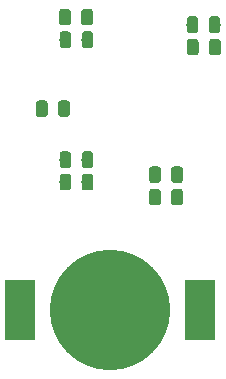
<source format=gbr>
G04 #@! TF.GenerationSoftware,KiCad,Pcbnew,5.1.4*
G04 #@! TF.CreationDate,2019-11-03T23:23:53+01:00*
G04 #@! TF.ProjectId,stm32XxxxCx_board,73746d33-3258-4787-9878-43785f626f61,rev?*
G04 #@! TF.SameCoordinates,Original*
G04 #@! TF.FileFunction,Paste,Bot*
G04 #@! TF.FilePolarity,Positive*
%FSLAX46Y46*%
G04 Gerber Fmt 4.6, Leading zero omitted, Abs format (unit mm)*
G04 Created by KiCad (PCBNEW 5.1.4) date 2019-11-03 23:23:53*
%MOMM*%
%LPD*%
G04 APERTURE LIST*
%ADD10R,2.500000X5.100000*%
%ADD11C,10.200000*%
%ADD12C,0.100000*%
%ADD13C,0.975000*%
G04 APERTURE END LIST*
D10*
X158730000Y-102870000D03*
X143530000Y-102870000D03*
D11*
X151130000Y-102870000D03*
D12*
G36*
X157082642Y-92646174D02*
G01*
X157106303Y-92649684D01*
X157129507Y-92655496D01*
X157152029Y-92663554D01*
X157173653Y-92673782D01*
X157194170Y-92686079D01*
X157213383Y-92700329D01*
X157231107Y-92716393D01*
X157247171Y-92734117D01*
X157261421Y-92753330D01*
X157273718Y-92773847D01*
X157283946Y-92795471D01*
X157292004Y-92817993D01*
X157297816Y-92841197D01*
X157301326Y-92864858D01*
X157302500Y-92888750D01*
X157302500Y-93801250D01*
X157301326Y-93825142D01*
X157297816Y-93848803D01*
X157292004Y-93872007D01*
X157283946Y-93894529D01*
X157273718Y-93916153D01*
X157261421Y-93936670D01*
X157247171Y-93955883D01*
X157231107Y-93973607D01*
X157213383Y-93989671D01*
X157194170Y-94003921D01*
X157173653Y-94016218D01*
X157152029Y-94026446D01*
X157129507Y-94034504D01*
X157106303Y-94040316D01*
X157082642Y-94043826D01*
X157058750Y-94045000D01*
X156571250Y-94045000D01*
X156547358Y-94043826D01*
X156523697Y-94040316D01*
X156500493Y-94034504D01*
X156477971Y-94026446D01*
X156456347Y-94016218D01*
X156435830Y-94003921D01*
X156416617Y-93989671D01*
X156398893Y-93973607D01*
X156382829Y-93955883D01*
X156368579Y-93936670D01*
X156356282Y-93916153D01*
X156346054Y-93894529D01*
X156337996Y-93872007D01*
X156332184Y-93848803D01*
X156328674Y-93825142D01*
X156327500Y-93801250D01*
X156327500Y-92888750D01*
X156328674Y-92864858D01*
X156332184Y-92841197D01*
X156337996Y-92817993D01*
X156346054Y-92795471D01*
X156356282Y-92773847D01*
X156368579Y-92753330D01*
X156382829Y-92734117D01*
X156398893Y-92716393D01*
X156416617Y-92700329D01*
X156435830Y-92686079D01*
X156456347Y-92673782D01*
X156477971Y-92663554D01*
X156500493Y-92655496D01*
X156523697Y-92649684D01*
X156547358Y-92646174D01*
X156571250Y-92645000D01*
X157058750Y-92645000D01*
X157082642Y-92646174D01*
X157082642Y-92646174D01*
G37*
D13*
X156815000Y-93345000D03*
D12*
G36*
X155207642Y-92646174D02*
G01*
X155231303Y-92649684D01*
X155254507Y-92655496D01*
X155277029Y-92663554D01*
X155298653Y-92673782D01*
X155319170Y-92686079D01*
X155338383Y-92700329D01*
X155356107Y-92716393D01*
X155372171Y-92734117D01*
X155386421Y-92753330D01*
X155398718Y-92773847D01*
X155408946Y-92795471D01*
X155417004Y-92817993D01*
X155422816Y-92841197D01*
X155426326Y-92864858D01*
X155427500Y-92888750D01*
X155427500Y-93801250D01*
X155426326Y-93825142D01*
X155422816Y-93848803D01*
X155417004Y-93872007D01*
X155408946Y-93894529D01*
X155398718Y-93916153D01*
X155386421Y-93936670D01*
X155372171Y-93955883D01*
X155356107Y-93973607D01*
X155338383Y-93989671D01*
X155319170Y-94003921D01*
X155298653Y-94016218D01*
X155277029Y-94026446D01*
X155254507Y-94034504D01*
X155231303Y-94040316D01*
X155207642Y-94043826D01*
X155183750Y-94045000D01*
X154696250Y-94045000D01*
X154672358Y-94043826D01*
X154648697Y-94040316D01*
X154625493Y-94034504D01*
X154602971Y-94026446D01*
X154581347Y-94016218D01*
X154560830Y-94003921D01*
X154541617Y-93989671D01*
X154523893Y-93973607D01*
X154507829Y-93955883D01*
X154493579Y-93936670D01*
X154481282Y-93916153D01*
X154471054Y-93894529D01*
X154462996Y-93872007D01*
X154457184Y-93848803D01*
X154453674Y-93825142D01*
X154452500Y-93801250D01*
X154452500Y-92888750D01*
X154453674Y-92864858D01*
X154457184Y-92841197D01*
X154462996Y-92817993D01*
X154471054Y-92795471D01*
X154481282Y-92773847D01*
X154493579Y-92753330D01*
X154507829Y-92734117D01*
X154523893Y-92716393D01*
X154541617Y-92700329D01*
X154560830Y-92686079D01*
X154581347Y-92673782D01*
X154602971Y-92663554D01*
X154625493Y-92655496D01*
X154648697Y-92649684D01*
X154672358Y-92646174D01*
X154696250Y-92645000D01*
X155183750Y-92645000D01*
X155207642Y-92646174D01*
X155207642Y-92646174D01*
G37*
D13*
X154940000Y-93345000D03*
D12*
G36*
X155207642Y-90741174D02*
G01*
X155231303Y-90744684D01*
X155254507Y-90750496D01*
X155277029Y-90758554D01*
X155298653Y-90768782D01*
X155319170Y-90781079D01*
X155338383Y-90795329D01*
X155356107Y-90811393D01*
X155372171Y-90829117D01*
X155386421Y-90848330D01*
X155398718Y-90868847D01*
X155408946Y-90890471D01*
X155417004Y-90912993D01*
X155422816Y-90936197D01*
X155426326Y-90959858D01*
X155427500Y-90983750D01*
X155427500Y-91896250D01*
X155426326Y-91920142D01*
X155422816Y-91943803D01*
X155417004Y-91967007D01*
X155408946Y-91989529D01*
X155398718Y-92011153D01*
X155386421Y-92031670D01*
X155372171Y-92050883D01*
X155356107Y-92068607D01*
X155338383Y-92084671D01*
X155319170Y-92098921D01*
X155298653Y-92111218D01*
X155277029Y-92121446D01*
X155254507Y-92129504D01*
X155231303Y-92135316D01*
X155207642Y-92138826D01*
X155183750Y-92140000D01*
X154696250Y-92140000D01*
X154672358Y-92138826D01*
X154648697Y-92135316D01*
X154625493Y-92129504D01*
X154602971Y-92121446D01*
X154581347Y-92111218D01*
X154560830Y-92098921D01*
X154541617Y-92084671D01*
X154523893Y-92068607D01*
X154507829Y-92050883D01*
X154493579Y-92031670D01*
X154481282Y-92011153D01*
X154471054Y-91989529D01*
X154462996Y-91967007D01*
X154457184Y-91943803D01*
X154453674Y-91920142D01*
X154452500Y-91896250D01*
X154452500Y-90983750D01*
X154453674Y-90959858D01*
X154457184Y-90936197D01*
X154462996Y-90912993D01*
X154471054Y-90890471D01*
X154481282Y-90868847D01*
X154493579Y-90848330D01*
X154507829Y-90829117D01*
X154523893Y-90811393D01*
X154541617Y-90795329D01*
X154560830Y-90781079D01*
X154581347Y-90768782D01*
X154602971Y-90758554D01*
X154625493Y-90750496D01*
X154648697Y-90744684D01*
X154672358Y-90741174D01*
X154696250Y-90740000D01*
X155183750Y-90740000D01*
X155207642Y-90741174D01*
X155207642Y-90741174D01*
G37*
D13*
X154940000Y-91440000D03*
D12*
G36*
X157082642Y-90741174D02*
G01*
X157106303Y-90744684D01*
X157129507Y-90750496D01*
X157152029Y-90758554D01*
X157173653Y-90768782D01*
X157194170Y-90781079D01*
X157213383Y-90795329D01*
X157231107Y-90811393D01*
X157247171Y-90829117D01*
X157261421Y-90848330D01*
X157273718Y-90868847D01*
X157283946Y-90890471D01*
X157292004Y-90912993D01*
X157297816Y-90936197D01*
X157301326Y-90959858D01*
X157302500Y-90983750D01*
X157302500Y-91896250D01*
X157301326Y-91920142D01*
X157297816Y-91943803D01*
X157292004Y-91967007D01*
X157283946Y-91989529D01*
X157273718Y-92011153D01*
X157261421Y-92031670D01*
X157247171Y-92050883D01*
X157231107Y-92068607D01*
X157213383Y-92084671D01*
X157194170Y-92098921D01*
X157173653Y-92111218D01*
X157152029Y-92121446D01*
X157129507Y-92129504D01*
X157106303Y-92135316D01*
X157082642Y-92138826D01*
X157058750Y-92140000D01*
X156571250Y-92140000D01*
X156547358Y-92138826D01*
X156523697Y-92135316D01*
X156500493Y-92129504D01*
X156477971Y-92121446D01*
X156456347Y-92111218D01*
X156435830Y-92098921D01*
X156416617Y-92084671D01*
X156398893Y-92068607D01*
X156382829Y-92050883D01*
X156368579Y-92031670D01*
X156356282Y-92011153D01*
X156346054Y-91989529D01*
X156337996Y-91967007D01*
X156332184Y-91943803D01*
X156328674Y-91920142D01*
X156327500Y-91896250D01*
X156327500Y-90983750D01*
X156328674Y-90959858D01*
X156332184Y-90936197D01*
X156337996Y-90912993D01*
X156346054Y-90890471D01*
X156356282Y-90868847D01*
X156368579Y-90848330D01*
X156382829Y-90829117D01*
X156398893Y-90811393D01*
X156416617Y-90795329D01*
X156435830Y-90781079D01*
X156456347Y-90768782D01*
X156477971Y-90758554D01*
X156500493Y-90750496D01*
X156523697Y-90744684D01*
X156547358Y-90741174D01*
X156571250Y-90740000D01*
X157058750Y-90740000D01*
X157082642Y-90741174D01*
X157082642Y-90741174D01*
G37*
D13*
X156815000Y-91440000D03*
D12*
G36*
X158382642Y-78041174D02*
G01*
X158406303Y-78044684D01*
X158429507Y-78050496D01*
X158452029Y-78058554D01*
X158473653Y-78068782D01*
X158494170Y-78081079D01*
X158513383Y-78095329D01*
X158531107Y-78111393D01*
X158547171Y-78129117D01*
X158561421Y-78148330D01*
X158573718Y-78168847D01*
X158583946Y-78190471D01*
X158592004Y-78212993D01*
X158597816Y-78236197D01*
X158601326Y-78259858D01*
X158602500Y-78283750D01*
X158602500Y-79196250D01*
X158601326Y-79220142D01*
X158597816Y-79243803D01*
X158592004Y-79267007D01*
X158583946Y-79289529D01*
X158573718Y-79311153D01*
X158561421Y-79331670D01*
X158547171Y-79350883D01*
X158531107Y-79368607D01*
X158513383Y-79384671D01*
X158494170Y-79398921D01*
X158473653Y-79411218D01*
X158452029Y-79421446D01*
X158429507Y-79429504D01*
X158406303Y-79435316D01*
X158382642Y-79438826D01*
X158358750Y-79440000D01*
X157871250Y-79440000D01*
X157847358Y-79438826D01*
X157823697Y-79435316D01*
X157800493Y-79429504D01*
X157777971Y-79421446D01*
X157756347Y-79411218D01*
X157735830Y-79398921D01*
X157716617Y-79384671D01*
X157698893Y-79368607D01*
X157682829Y-79350883D01*
X157668579Y-79331670D01*
X157656282Y-79311153D01*
X157646054Y-79289529D01*
X157637996Y-79267007D01*
X157632184Y-79243803D01*
X157628674Y-79220142D01*
X157627500Y-79196250D01*
X157627500Y-78283750D01*
X157628674Y-78259858D01*
X157632184Y-78236197D01*
X157637996Y-78212993D01*
X157646054Y-78190471D01*
X157656282Y-78168847D01*
X157668579Y-78148330D01*
X157682829Y-78129117D01*
X157698893Y-78111393D01*
X157716617Y-78095329D01*
X157735830Y-78081079D01*
X157756347Y-78068782D01*
X157777971Y-78058554D01*
X157800493Y-78050496D01*
X157823697Y-78044684D01*
X157847358Y-78041174D01*
X157871250Y-78040000D01*
X158358750Y-78040000D01*
X158382642Y-78041174D01*
X158382642Y-78041174D01*
G37*
D13*
X158115000Y-78740000D03*
D12*
G36*
X160257642Y-78041174D02*
G01*
X160281303Y-78044684D01*
X160304507Y-78050496D01*
X160327029Y-78058554D01*
X160348653Y-78068782D01*
X160369170Y-78081079D01*
X160388383Y-78095329D01*
X160406107Y-78111393D01*
X160422171Y-78129117D01*
X160436421Y-78148330D01*
X160448718Y-78168847D01*
X160458946Y-78190471D01*
X160467004Y-78212993D01*
X160472816Y-78236197D01*
X160476326Y-78259858D01*
X160477500Y-78283750D01*
X160477500Y-79196250D01*
X160476326Y-79220142D01*
X160472816Y-79243803D01*
X160467004Y-79267007D01*
X160458946Y-79289529D01*
X160448718Y-79311153D01*
X160436421Y-79331670D01*
X160422171Y-79350883D01*
X160406107Y-79368607D01*
X160388383Y-79384671D01*
X160369170Y-79398921D01*
X160348653Y-79411218D01*
X160327029Y-79421446D01*
X160304507Y-79429504D01*
X160281303Y-79435316D01*
X160257642Y-79438826D01*
X160233750Y-79440000D01*
X159746250Y-79440000D01*
X159722358Y-79438826D01*
X159698697Y-79435316D01*
X159675493Y-79429504D01*
X159652971Y-79421446D01*
X159631347Y-79411218D01*
X159610830Y-79398921D01*
X159591617Y-79384671D01*
X159573893Y-79368607D01*
X159557829Y-79350883D01*
X159543579Y-79331670D01*
X159531282Y-79311153D01*
X159521054Y-79289529D01*
X159512996Y-79267007D01*
X159507184Y-79243803D01*
X159503674Y-79220142D01*
X159502500Y-79196250D01*
X159502500Y-78283750D01*
X159503674Y-78259858D01*
X159507184Y-78236197D01*
X159512996Y-78212993D01*
X159521054Y-78190471D01*
X159531282Y-78168847D01*
X159543579Y-78148330D01*
X159557829Y-78129117D01*
X159573893Y-78111393D01*
X159591617Y-78095329D01*
X159610830Y-78081079D01*
X159631347Y-78068782D01*
X159652971Y-78058554D01*
X159675493Y-78050496D01*
X159698697Y-78044684D01*
X159722358Y-78041174D01*
X159746250Y-78040000D01*
X160233750Y-78040000D01*
X160257642Y-78041174D01*
X160257642Y-78041174D01*
G37*
D13*
X159990000Y-78740000D03*
D12*
G36*
X160287642Y-79946174D02*
G01*
X160311303Y-79949684D01*
X160334507Y-79955496D01*
X160357029Y-79963554D01*
X160378653Y-79973782D01*
X160399170Y-79986079D01*
X160418383Y-80000329D01*
X160436107Y-80016393D01*
X160452171Y-80034117D01*
X160466421Y-80053330D01*
X160478718Y-80073847D01*
X160488946Y-80095471D01*
X160497004Y-80117993D01*
X160502816Y-80141197D01*
X160506326Y-80164858D01*
X160507500Y-80188750D01*
X160507500Y-81101250D01*
X160506326Y-81125142D01*
X160502816Y-81148803D01*
X160497004Y-81172007D01*
X160488946Y-81194529D01*
X160478718Y-81216153D01*
X160466421Y-81236670D01*
X160452171Y-81255883D01*
X160436107Y-81273607D01*
X160418383Y-81289671D01*
X160399170Y-81303921D01*
X160378653Y-81316218D01*
X160357029Y-81326446D01*
X160334507Y-81334504D01*
X160311303Y-81340316D01*
X160287642Y-81343826D01*
X160263750Y-81345000D01*
X159776250Y-81345000D01*
X159752358Y-81343826D01*
X159728697Y-81340316D01*
X159705493Y-81334504D01*
X159682971Y-81326446D01*
X159661347Y-81316218D01*
X159640830Y-81303921D01*
X159621617Y-81289671D01*
X159603893Y-81273607D01*
X159587829Y-81255883D01*
X159573579Y-81236670D01*
X159561282Y-81216153D01*
X159551054Y-81194529D01*
X159542996Y-81172007D01*
X159537184Y-81148803D01*
X159533674Y-81125142D01*
X159532500Y-81101250D01*
X159532500Y-80188750D01*
X159533674Y-80164858D01*
X159537184Y-80141197D01*
X159542996Y-80117993D01*
X159551054Y-80095471D01*
X159561282Y-80073847D01*
X159573579Y-80053330D01*
X159587829Y-80034117D01*
X159603893Y-80016393D01*
X159621617Y-80000329D01*
X159640830Y-79986079D01*
X159661347Y-79973782D01*
X159682971Y-79963554D01*
X159705493Y-79955496D01*
X159728697Y-79949684D01*
X159752358Y-79946174D01*
X159776250Y-79945000D01*
X160263750Y-79945000D01*
X160287642Y-79946174D01*
X160287642Y-79946174D01*
G37*
D13*
X160020000Y-80645000D03*
D12*
G36*
X158412642Y-79946174D02*
G01*
X158436303Y-79949684D01*
X158459507Y-79955496D01*
X158482029Y-79963554D01*
X158503653Y-79973782D01*
X158524170Y-79986079D01*
X158543383Y-80000329D01*
X158561107Y-80016393D01*
X158577171Y-80034117D01*
X158591421Y-80053330D01*
X158603718Y-80073847D01*
X158613946Y-80095471D01*
X158622004Y-80117993D01*
X158627816Y-80141197D01*
X158631326Y-80164858D01*
X158632500Y-80188750D01*
X158632500Y-81101250D01*
X158631326Y-81125142D01*
X158627816Y-81148803D01*
X158622004Y-81172007D01*
X158613946Y-81194529D01*
X158603718Y-81216153D01*
X158591421Y-81236670D01*
X158577171Y-81255883D01*
X158561107Y-81273607D01*
X158543383Y-81289671D01*
X158524170Y-81303921D01*
X158503653Y-81316218D01*
X158482029Y-81326446D01*
X158459507Y-81334504D01*
X158436303Y-81340316D01*
X158412642Y-81343826D01*
X158388750Y-81345000D01*
X157901250Y-81345000D01*
X157877358Y-81343826D01*
X157853697Y-81340316D01*
X157830493Y-81334504D01*
X157807971Y-81326446D01*
X157786347Y-81316218D01*
X157765830Y-81303921D01*
X157746617Y-81289671D01*
X157728893Y-81273607D01*
X157712829Y-81255883D01*
X157698579Y-81236670D01*
X157686282Y-81216153D01*
X157676054Y-81194529D01*
X157667996Y-81172007D01*
X157662184Y-81148803D01*
X157658674Y-81125142D01*
X157657500Y-81101250D01*
X157657500Y-80188750D01*
X157658674Y-80164858D01*
X157662184Y-80141197D01*
X157667996Y-80117993D01*
X157676054Y-80095471D01*
X157686282Y-80073847D01*
X157698579Y-80053330D01*
X157712829Y-80034117D01*
X157728893Y-80016393D01*
X157746617Y-80000329D01*
X157765830Y-79986079D01*
X157786347Y-79973782D01*
X157807971Y-79963554D01*
X157830493Y-79955496D01*
X157853697Y-79949684D01*
X157877358Y-79946174D01*
X157901250Y-79945000D01*
X158388750Y-79945000D01*
X158412642Y-79946174D01*
X158412642Y-79946174D01*
G37*
D13*
X158145000Y-80645000D03*
D12*
G36*
X149492642Y-89471174D02*
G01*
X149516303Y-89474684D01*
X149539507Y-89480496D01*
X149562029Y-89488554D01*
X149583653Y-89498782D01*
X149604170Y-89511079D01*
X149623383Y-89525329D01*
X149641107Y-89541393D01*
X149657171Y-89559117D01*
X149671421Y-89578330D01*
X149683718Y-89598847D01*
X149693946Y-89620471D01*
X149702004Y-89642993D01*
X149707816Y-89666197D01*
X149711326Y-89689858D01*
X149712500Y-89713750D01*
X149712500Y-90626250D01*
X149711326Y-90650142D01*
X149707816Y-90673803D01*
X149702004Y-90697007D01*
X149693946Y-90719529D01*
X149683718Y-90741153D01*
X149671421Y-90761670D01*
X149657171Y-90780883D01*
X149641107Y-90798607D01*
X149623383Y-90814671D01*
X149604170Y-90828921D01*
X149583653Y-90841218D01*
X149562029Y-90851446D01*
X149539507Y-90859504D01*
X149516303Y-90865316D01*
X149492642Y-90868826D01*
X149468750Y-90870000D01*
X148981250Y-90870000D01*
X148957358Y-90868826D01*
X148933697Y-90865316D01*
X148910493Y-90859504D01*
X148887971Y-90851446D01*
X148866347Y-90841218D01*
X148845830Y-90828921D01*
X148826617Y-90814671D01*
X148808893Y-90798607D01*
X148792829Y-90780883D01*
X148778579Y-90761670D01*
X148766282Y-90741153D01*
X148756054Y-90719529D01*
X148747996Y-90697007D01*
X148742184Y-90673803D01*
X148738674Y-90650142D01*
X148737500Y-90626250D01*
X148737500Y-89713750D01*
X148738674Y-89689858D01*
X148742184Y-89666197D01*
X148747996Y-89642993D01*
X148756054Y-89620471D01*
X148766282Y-89598847D01*
X148778579Y-89578330D01*
X148792829Y-89559117D01*
X148808893Y-89541393D01*
X148826617Y-89525329D01*
X148845830Y-89511079D01*
X148866347Y-89498782D01*
X148887971Y-89488554D01*
X148910493Y-89480496D01*
X148933697Y-89474684D01*
X148957358Y-89471174D01*
X148981250Y-89470000D01*
X149468750Y-89470000D01*
X149492642Y-89471174D01*
X149492642Y-89471174D01*
G37*
D13*
X149225000Y-90170000D03*
D12*
G36*
X147617642Y-89471174D02*
G01*
X147641303Y-89474684D01*
X147664507Y-89480496D01*
X147687029Y-89488554D01*
X147708653Y-89498782D01*
X147729170Y-89511079D01*
X147748383Y-89525329D01*
X147766107Y-89541393D01*
X147782171Y-89559117D01*
X147796421Y-89578330D01*
X147808718Y-89598847D01*
X147818946Y-89620471D01*
X147827004Y-89642993D01*
X147832816Y-89666197D01*
X147836326Y-89689858D01*
X147837500Y-89713750D01*
X147837500Y-90626250D01*
X147836326Y-90650142D01*
X147832816Y-90673803D01*
X147827004Y-90697007D01*
X147818946Y-90719529D01*
X147808718Y-90741153D01*
X147796421Y-90761670D01*
X147782171Y-90780883D01*
X147766107Y-90798607D01*
X147748383Y-90814671D01*
X147729170Y-90828921D01*
X147708653Y-90841218D01*
X147687029Y-90851446D01*
X147664507Y-90859504D01*
X147641303Y-90865316D01*
X147617642Y-90868826D01*
X147593750Y-90870000D01*
X147106250Y-90870000D01*
X147082358Y-90868826D01*
X147058697Y-90865316D01*
X147035493Y-90859504D01*
X147012971Y-90851446D01*
X146991347Y-90841218D01*
X146970830Y-90828921D01*
X146951617Y-90814671D01*
X146933893Y-90798607D01*
X146917829Y-90780883D01*
X146903579Y-90761670D01*
X146891282Y-90741153D01*
X146881054Y-90719529D01*
X146872996Y-90697007D01*
X146867184Y-90673803D01*
X146863674Y-90650142D01*
X146862500Y-90626250D01*
X146862500Y-89713750D01*
X146863674Y-89689858D01*
X146867184Y-89666197D01*
X146872996Y-89642993D01*
X146881054Y-89620471D01*
X146891282Y-89598847D01*
X146903579Y-89578330D01*
X146917829Y-89559117D01*
X146933893Y-89541393D01*
X146951617Y-89525329D01*
X146970830Y-89511079D01*
X146991347Y-89498782D01*
X147012971Y-89488554D01*
X147035493Y-89480496D01*
X147058697Y-89474684D01*
X147082358Y-89471174D01*
X147106250Y-89470000D01*
X147593750Y-89470000D01*
X147617642Y-89471174D01*
X147617642Y-89471174D01*
G37*
D13*
X147350000Y-90170000D03*
D12*
G36*
X149492642Y-91376174D02*
G01*
X149516303Y-91379684D01*
X149539507Y-91385496D01*
X149562029Y-91393554D01*
X149583653Y-91403782D01*
X149604170Y-91416079D01*
X149623383Y-91430329D01*
X149641107Y-91446393D01*
X149657171Y-91464117D01*
X149671421Y-91483330D01*
X149683718Y-91503847D01*
X149693946Y-91525471D01*
X149702004Y-91547993D01*
X149707816Y-91571197D01*
X149711326Y-91594858D01*
X149712500Y-91618750D01*
X149712500Y-92531250D01*
X149711326Y-92555142D01*
X149707816Y-92578803D01*
X149702004Y-92602007D01*
X149693946Y-92624529D01*
X149683718Y-92646153D01*
X149671421Y-92666670D01*
X149657171Y-92685883D01*
X149641107Y-92703607D01*
X149623383Y-92719671D01*
X149604170Y-92733921D01*
X149583653Y-92746218D01*
X149562029Y-92756446D01*
X149539507Y-92764504D01*
X149516303Y-92770316D01*
X149492642Y-92773826D01*
X149468750Y-92775000D01*
X148981250Y-92775000D01*
X148957358Y-92773826D01*
X148933697Y-92770316D01*
X148910493Y-92764504D01*
X148887971Y-92756446D01*
X148866347Y-92746218D01*
X148845830Y-92733921D01*
X148826617Y-92719671D01*
X148808893Y-92703607D01*
X148792829Y-92685883D01*
X148778579Y-92666670D01*
X148766282Y-92646153D01*
X148756054Y-92624529D01*
X148747996Y-92602007D01*
X148742184Y-92578803D01*
X148738674Y-92555142D01*
X148737500Y-92531250D01*
X148737500Y-91618750D01*
X148738674Y-91594858D01*
X148742184Y-91571197D01*
X148747996Y-91547993D01*
X148756054Y-91525471D01*
X148766282Y-91503847D01*
X148778579Y-91483330D01*
X148792829Y-91464117D01*
X148808893Y-91446393D01*
X148826617Y-91430329D01*
X148845830Y-91416079D01*
X148866347Y-91403782D01*
X148887971Y-91393554D01*
X148910493Y-91385496D01*
X148933697Y-91379684D01*
X148957358Y-91376174D01*
X148981250Y-91375000D01*
X149468750Y-91375000D01*
X149492642Y-91376174D01*
X149492642Y-91376174D01*
G37*
D13*
X149225000Y-92075000D03*
D12*
G36*
X147617642Y-91376174D02*
G01*
X147641303Y-91379684D01*
X147664507Y-91385496D01*
X147687029Y-91393554D01*
X147708653Y-91403782D01*
X147729170Y-91416079D01*
X147748383Y-91430329D01*
X147766107Y-91446393D01*
X147782171Y-91464117D01*
X147796421Y-91483330D01*
X147808718Y-91503847D01*
X147818946Y-91525471D01*
X147827004Y-91547993D01*
X147832816Y-91571197D01*
X147836326Y-91594858D01*
X147837500Y-91618750D01*
X147837500Y-92531250D01*
X147836326Y-92555142D01*
X147832816Y-92578803D01*
X147827004Y-92602007D01*
X147818946Y-92624529D01*
X147808718Y-92646153D01*
X147796421Y-92666670D01*
X147782171Y-92685883D01*
X147766107Y-92703607D01*
X147748383Y-92719671D01*
X147729170Y-92733921D01*
X147708653Y-92746218D01*
X147687029Y-92756446D01*
X147664507Y-92764504D01*
X147641303Y-92770316D01*
X147617642Y-92773826D01*
X147593750Y-92775000D01*
X147106250Y-92775000D01*
X147082358Y-92773826D01*
X147058697Y-92770316D01*
X147035493Y-92764504D01*
X147012971Y-92756446D01*
X146991347Y-92746218D01*
X146970830Y-92733921D01*
X146951617Y-92719671D01*
X146933893Y-92703607D01*
X146917829Y-92685883D01*
X146903579Y-92666670D01*
X146891282Y-92646153D01*
X146881054Y-92624529D01*
X146872996Y-92602007D01*
X146867184Y-92578803D01*
X146863674Y-92555142D01*
X146862500Y-92531250D01*
X146862500Y-91618750D01*
X146863674Y-91594858D01*
X146867184Y-91571197D01*
X146872996Y-91547993D01*
X146881054Y-91525471D01*
X146891282Y-91503847D01*
X146903579Y-91483330D01*
X146917829Y-91464117D01*
X146933893Y-91446393D01*
X146951617Y-91430329D01*
X146970830Y-91416079D01*
X146991347Y-91403782D01*
X147012971Y-91393554D01*
X147035493Y-91385496D01*
X147058697Y-91379684D01*
X147082358Y-91376174D01*
X147106250Y-91375000D01*
X147593750Y-91375000D01*
X147617642Y-91376174D01*
X147617642Y-91376174D01*
G37*
D13*
X147350000Y-92075000D03*
D12*
G36*
X147587642Y-77406174D02*
G01*
X147611303Y-77409684D01*
X147634507Y-77415496D01*
X147657029Y-77423554D01*
X147678653Y-77433782D01*
X147699170Y-77446079D01*
X147718383Y-77460329D01*
X147736107Y-77476393D01*
X147752171Y-77494117D01*
X147766421Y-77513330D01*
X147778718Y-77533847D01*
X147788946Y-77555471D01*
X147797004Y-77577993D01*
X147802816Y-77601197D01*
X147806326Y-77624858D01*
X147807500Y-77648750D01*
X147807500Y-78561250D01*
X147806326Y-78585142D01*
X147802816Y-78608803D01*
X147797004Y-78632007D01*
X147788946Y-78654529D01*
X147778718Y-78676153D01*
X147766421Y-78696670D01*
X147752171Y-78715883D01*
X147736107Y-78733607D01*
X147718383Y-78749671D01*
X147699170Y-78763921D01*
X147678653Y-78776218D01*
X147657029Y-78786446D01*
X147634507Y-78794504D01*
X147611303Y-78800316D01*
X147587642Y-78803826D01*
X147563750Y-78805000D01*
X147076250Y-78805000D01*
X147052358Y-78803826D01*
X147028697Y-78800316D01*
X147005493Y-78794504D01*
X146982971Y-78786446D01*
X146961347Y-78776218D01*
X146940830Y-78763921D01*
X146921617Y-78749671D01*
X146903893Y-78733607D01*
X146887829Y-78715883D01*
X146873579Y-78696670D01*
X146861282Y-78676153D01*
X146851054Y-78654529D01*
X146842996Y-78632007D01*
X146837184Y-78608803D01*
X146833674Y-78585142D01*
X146832500Y-78561250D01*
X146832500Y-77648750D01*
X146833674Y-77624858D01*
X146837184Y-77601197D01*
X146842996Y-77577993D01*
X146851054Y-77555471D01*
X146861282Y-77533847D01*
X146873579Y-77513330D01*
X146887829Y-77494117D01*
X146903893Y-77476393D01*
X146921617Y-77460329D01*
X146940830Y-77446079D01*
X146961347Y-77433782D01*
X146982971Y-77423554D01*
X147005493Y-77415496D01*
X147028697Y-77409684D01*
X147052358Y-77406174D01*
X147076250Y-77405000D01*
X147563750Y-77405000D01*
X147587642Y-77406174D01*
X147587642Y-77406174D01*
G37*
D13*
X147320000Y-78105000D03*
D12*
G36*
X149462642Y-77406174D02*
G01*
X149486303Y-77409684D01*
X149509507Y-77415496D01*
X149532029Y-77423554D01*
X149553653Y-77433782D01*
X149574170Y-77446079D01*
X149593383Y-77460329D01*
X149611107Y-77476393D01*
X149627171Y-77494117D01*
X149641421Y-77513330D01*
X149653718Y-77533847D01*
X149663946Y-77555471D01*
X149672004Y-77577993D01*
X149677816Y-77601197D01*
X149681326Y-77624858D01*
X149682500Y-77648750D01*
X149682500Y-78561250D01*
X149681326Y-78585142D01*
X149677816Y-78608803D01*
X149672004Y-78632007D01*
X149663946Y-78654529D01*
X149653718Y-78676153D01*
X149641421Y-78696670D01*
X149627171Y-78715883D01*
X149611107Y-78733607D01*
X149593383Y-78749671D01*
X149574170Y-78763921D01*
X149553653Y-78776218D01*
X149532029Y-78786446D01*
X149509507Y-78794504D01*
X149486303Y-78800316D01*
X149462642Y-78803826D01*
X149438750Y-78805000D01*
X148951250Y-78805000D01*
X148927358Y-78803826D01*
X148903697Y-78800316D01*
X148880493Y-78794504D01*
X148857971Y-78786446D01*
X148836347Y-78776218D01*
X148815830Y-78763921D01*
X148796617Y-78749671D01*
X148778893Y-78733607D01*
X148762829Y-78715883D01*
X148748579Y-78696670D01*
X148736282Y-78676153D01*
X148726054Y-78654529D01*
X148717996Y-78632007D01*
X148712184Y-78608803D01*
X148708674Y-78585142D01*
X148707500Y-78561250D01*
X148707500Y-77648750D01*
X148708674Y-77624858D01*
X148712184Y-77601197D01*
X148717996Y-77577993D01*
X148726054Y-77555471D01*
X148736282Y-77533847D01*
X148748579Y-77513330D01*
X148762829Y-77494117D01*
X148778893Y-77476393D01*
X148796617Y-77460329D01*
X148815830Y-77446079D01*
X148836347Y-77433782D01*
X148857971Y-77423554D01*
X148880493Y-77415496D01*
X148903697Y-77409684D01*
X148927358Y-77406174D01*
X148951250Y-77405000D01*
X149438750Y-77405000D01*
X149462642Y-77406174D01*
X149462642Y-77406174D01*
G37*
D13*
X149195000Y-78105000D03*
D12*
G36*
X149492642Y-79311174D02*
G01*
X149516303Y-79314684D01*
X149539507Y-79320496D01*
X149562029Y-79328554D01*
X149583653Y-79338782D01*
X149604170Y-79351079D01*
X149623383Y-79365329D01*
X149641107Y-79381393D01*
X149657171Y-79399117D01*
X149671421Y-79418330D01*
X149683718Y-79438847D01*
X149693946Y-79460471D01*
X149702004Y-79482993D01*
X149707816Y-79506197D01*
X149711326Y-79529858D01*
X149712500Y-79553750D01*
X149712500Y-80466250D01*
X149711326Y-80490142D01*
X149707816Y-80513803D01*
X149702004Y-80537007D01*
X149693946Y-80559529D01*
X149683718Y-80581153D01*
X149671421Y-80601670D01*
X149657171Y-80620883D01*
X149641107Y-80638607D01*
X149623383Y-80654671D01*
X149604170Y-80668921D01*
X149583653Y-80681218D01*
X149562029Y-80691446D01*
X149539507Y-80699504D01*
X149516303Y-80705316D01*
X149492642Y-80708826D01*
X149468750Y-80710000D01*
X148981250Y-80710000D01*
X148957358Y-80708826D01*
X148933697Y-80705316D01*
X148910493Y-80699504D01*
X148887971Y-80691446D01*
X148866347Y-80681218D01*
X148845830Y-80668921D01*
X148826617Y-80654671D01*
X148808893Y-80638607D01*
X148792829Y-80620883D01*
X148778579Y-80601670D01*
X148766282Y-80581153D01*
X148756054Y-80559529D01*
X148747996Y-80537007D01*
X148742184Y-80513803D01*
X148738674Y-80490142D01*
X148737500Y-80466250D01*
X148737500Y-79553750D01*
X148738674Y-79529858D01*
X148742184Y-79506197D01*
X148747996Y-79482993D01*
X148756054Y-79460471D01*
X148766282Y-79438847D01*
X148778579Y-79418330D01*
X148792829Y-79399117D01*
X148808893Y-79381393D01*
X148826617Y-79365329D01*
X148845830Y-79351079D01*
X148866347Y-79338782D01*
X148887971Y-79328554D01*
X148910493Y-79320496D01*
X148933697Y-79314684D01*
X148957358Y-79311174D01*
X148981250Y-79310000D01*
X149468750Y-79310000D01*
X149492642Y-79311174D01*
X149492642Y-79311174D01*
G37*
D13*
X149225000Y-80010000D03*
D12*
G36*
X147617642Y-79311174D02*
G01*
X147641303Y-79314684D01*
X147664507Y-79320496D01*
X147687029Y-79328554D01*
X147708653Y-79338782D01*
X147729170Y-79351079D01*
X147748383Y-79365329D01*
X147766107Y-79381393D01*
X147782171Y-79399117D01*
X147796421Y-79418330D01*
X147808718Y-79438847D01*
X147818946Y-79460471D01*
X147827004Y-79482993D01*
X147832816Y-79506197D01*
X147836326Y-79529858D01*
X147837500Y-79553750D01*
X147837500Y-80466250D01*
X147836326Y-80490142D01*
X147832816Y-80513803D01*
X147827004Y-80537007D01*
X147818946Y-80559529D01*
X147808718Y-80581153D01*
X147796421Y-80601670D01*
X147782171Y-80620883D01*
X147766107Y-80638607D01*
X147748383Y-80654671D01*
X147729170Y-80668921D01*
X147708653Y-80681218D01*
X147687029Y-80691446D01*
X147664507Y-80699504D01*
X147641303Y-80705316D01*
X147617642Y-80708826D01*
X147593750Y-80710000D01*
X147106250Y-80710000D01*
X147082358Y-80708826D01*
X147058697Y-80705316D01*
X147035493Y-80699504D01*
X147012971Y-80691446D01*
X146991347Y-80681218D01*
X146970830Y-80668921D01*
X146951617Y-80654671D01*
X146933893Y-80638607D01*
X146917829Y-80620883D01*
X146903579Y-80601670D01*
X146891282Y-80581153D01*
X146881054Y-80559529D01*
X146872996Y-80537007D01*
X146867184Y-80513803D01*
X146863674Y-80490142D01*
X146862500Y-80466250D01*
X146862500Y-79553750D01*
X146863674Y-79529858D01*
X146867184Y-79506197D01*
X146872996Y-79482993D01*
X146881054Y-79460471D01*
X146891282Y-79438847D01*
X146903579Y-79418330D01*
X146917829Y-79399117D01*
X146933893Y-79381393D01*
X146951617Y-79365329D01*
X146970830Y-79351079D01*
X146991347Y-79338782D01*
X147012971Y-79328554D01*
X147035493Y-79320496D01*
X147058697Y-79314684D01*
X147082358Y-79311174D01*
X147106250Y-79310000D01*
X147593750Y-79310000D01*
X147617642Y-79311174D01*
X147617642Y-79311174D01*
G37*
D13*
X147350000Y-80010000D03*
D12*
G36*
X145634142Y-85153174D02*
G01*
X145657803Y-85156684D01*
X145681007Y-85162496D01*
X145703529Y-85170554D01*
X145725153Y-85180782D01*
X145745670Y-85193079D01*
X145764883Y-85207329D01*
X145782607Y-85223393D01*
X145798671Y-85241117D01*
X145812921Y-85260330D01*
X145825218Y-85280847D01*
X145835446Y-85302471D01*
X145843504Y-85324993D01*
X145849316Y-85348197D01*
X145852826Y-85371858D01*
X145854000Y-85395750D01*
X145854000Y-86308250D01*
X145852826Y-86332142D01*
X145849316Y-86355803D01*
X145843504Y-86379007D01*
X145835446Y-86401529D01*
X145825218Y-86423153D01*
X145812921Y-86443670D01*
X145798671Y-86462883D01*
X145782607Y-86480607D01*
X145764883Y-86496671D01*
X145745670Y-86510921D01*
X145725153Y-86523218D01*
X145703529Y-86533446D01*
X145681007Y-86541504D01*
X145657803Y-86547316D01*
X145634142Y-86550826D01*
X145610250Y-86552000D01*
X145122750Y-86552000D01*
X145098858Y-86550826D01*
X145075197Y-86547316D01*
X145051993Y-86541504D01*
X145029471Y-86533446D01*
X145007847Y-86523218D01*
X144987330Y-86510921D01*
X144968117Y-86496671D01*
X144950393Y-86480607D01*
X144934329Y-86462883D01*
X144920079Y-86443670D01*
X144907782Y-86423153D01*
X144897554Y-86401529D01*
X144889496Y-86379007D01*
X144883684Y-86355803D01*
X144880174Y-86332142D01*
X144879000Y-86308250D01*
X144879000Y-85395750D01*
X144880174Y-85371858D01*
X144883684Y-85348197D01*
X144889496Y-85324993D01*
X144897554Y-85302471D01*
X144907782Y-85280847D01*
X144920079Y-85260330D01*
X144934329Y-85241117D01*
X144950393Y-85223393D01*
X144968117Y-85207329D01*
X144987330Y-85193079D01*
X145007847Y-85180782D01*
X145029471Y-85170554D01*
X145051993Y-85162496D01*
X145075197Y-85156684D01*
X145098858Y-85153174D01*
X145122750Y-85152000D01*
X145610250Y-85152000D01*
X145634142Y-85153174D01*
X145634142Y-85153174D01*
G37*
D13*
X145366500Y-85852000D03*
D12*
G36*
X147509142Y-85153174D02*
G01*
X147532803Y-85156684D01*
X147556007Y-85162496D01*
X147578529Y-85170554D01*
X147600153Y-85180782D01*
X147620670Y-85193079D01*
X147639883Y-85207329D01*
X147657607Y-85223393D01*
X147673671Y-85241117D01*
X147687921Y-85260330D01*
X147700218Y-85280847D01*
X147710446Y-85302471D01*
X147718504Y-85324993D01*
X147724316Y-85348197D01*
X147727826Y-85371858D01*
X147729000Y-85395750D01*
X147729000Y-86308250D01*
X147727826Y-86332142D01*
X147724316Y-86355803D01*
X147718504Y-86379007D01*
X147710446Y-86401529D01*
X147700218Y-86423153D01*
X147687921Y-86443670D01*
X147673671Y-86462883D01*
X147657607Y-86480607D01*
X147639883Y-86496671D01*
X147620670Y-86510921D01*
X147600153Y-86523218D01*
X147578529Y-86533446D01*
X147556007Y-86541504D01*
X147532803Y-86547316D01*
X147509142Y-86550826D01*
X147485250Y-86552000D01*
X146997750Y-86552000D01*
X146973858Y-86550826D01*
X146950197Y-86547316D01*
X146926993Y-86541504D01*
X146904471Y-86533446D01*
X146882847Y-86523218D01*
X146862330Y-86510921D01*
X146843117Y-86496671D01*
X146825393Y-86480607D01*
X146809329Y-86462883D01*
X146795079Y-86443670D01*
X146782782Y-86423153D01*
X146772554Y-86401529D01*
X146764496Y-86379007D01*
X146758684Y-86355803D01*
X146755174Y-86332142D01*
X146754000Y-86308250D01*
X146754000Y-85395750D01*
X146755174Y-85371858D01*
X146758684Y-85348197D01*
X146764496Y-85324993D01*
X146772554Y-85302471D01*
X146782782Y-85280847D01*
X146795079Y-85260330D01*
X146809329Y-85241117D01*
X146825393Y-85223393D01*
X146843117Y-85207329D01*
X146862330Y-85193079D01*
X146882847Y-85180782D01*
X146904471Y-85170554D01*
X146926993Y-85162496D01*
X146950197Y-85156684D01*
X146973858Y-85153174D01*
X146997750Y-85152000D01*
X147485250Y-85152000D01*
X147509142Y-85153174D01*
X147509142Y-85153174D01*
G37*
D13*
X147241500Y-85852000D03*
M02*

</source>
